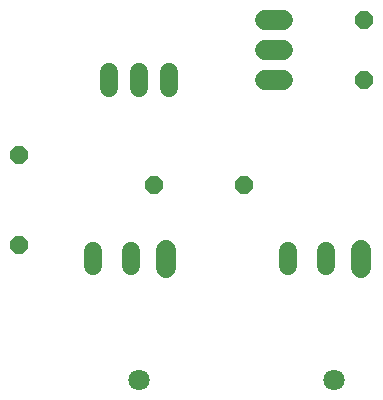
<source format=gbr>
G04 EAGLE Gerber X2 export*
%TF.Part,Single*%
%TF.FileFunction,Soldermask,Bot,1*%
%TF.FilePolarity,Negative*%
%TF.GenerationSoftware,Autodesk,EAGLE,9.0.0*%
%TF.CreationDate,2019-09-16T04:44:38Z*%
G75*
%MOMM*%
%FSLAX34Y34*%
%LPD*%
%AMOC8*
5,1,8,0,0,1.08239X$1,22.5*%
G01*
%ADD10P,1.649562X8X112.500000*%
%ADD11C,1.727200*%
%ADD12C,1.524000*%
%ADD13P,1.649562X8X202.500000*%
%ADD14P,1.649562X8X292.500000*%
%ADD15C,1.511200*%
%ADD16C,1.711200*%
%ADD17C,1.803200*%


D10*
X444500Y279400D03*
X444500Y330200D03*
D11*
X375920Y279400D02*
X360680Y279400D01*
X360680Y304800D02*
X375920Y304800D01*
X375920Y330200D02*
X360680Y330200D01*
D12*
X228600Y286004D02*
X228600Y272796D01*
X279400Y272796D02*
X279400Y286004D01*
X254000Y286004D02*
X254000Y272796D01*
D13*
X342900Y190500D03*
X266700Y190500D03*
D14*
X152400Y215900D03*
X152400Y139700D03*
D15*
X380100Y134440D02*
X380100Y121360D01*
X412600Y121360D02*
X412600Y134440D01*
D16*
X442100Y135440D02*
X442100Y120360D01*
D17*
X419100Y25400D03*
D15*
X215000Y121360D02*
X215000Y134440D01*
X247500Y134440D02*
X247500Y121360D01*
D16*
X277000Y120360D02*
X277000Y135440D01*
D17*
X254000Y25400D03*
M02*

</source>
